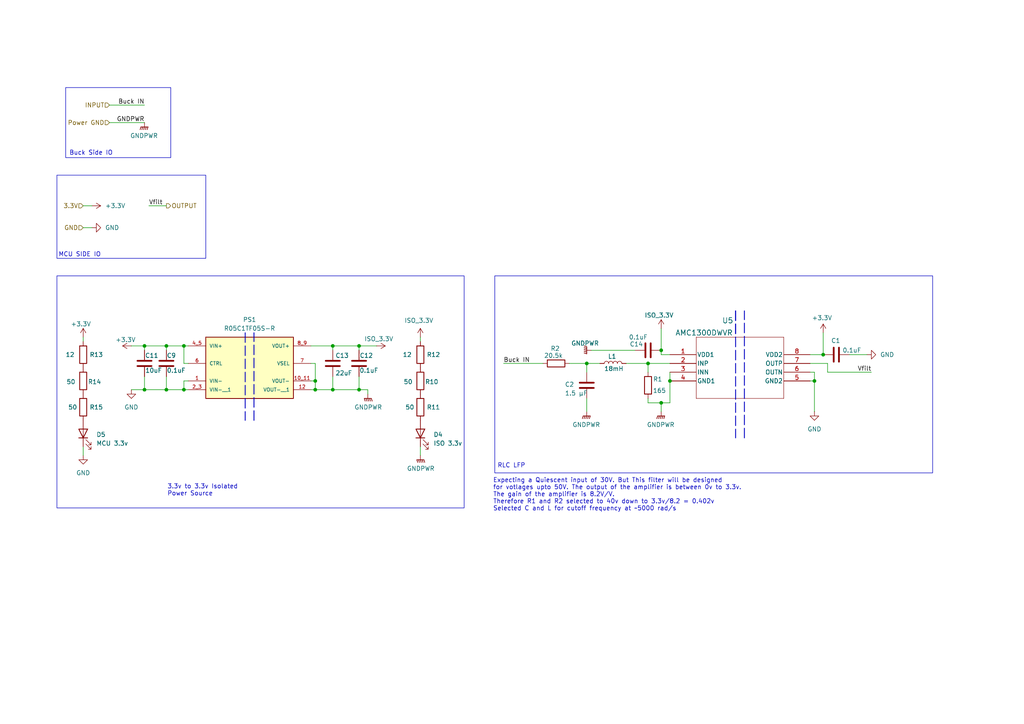
<source format=kicad_sch>
(kicad_sch (version 20231120) (generator "eeschema") (generator_version "8.0")
  (paper "A4")
  (title_block (date "2025-02-21") (rev "1") (company "M.Nguyen B.Patel S.Dupuis"))
  (lib_symbols
    (symbol "Device:C" (pin_numbers hide) (pin_names (offset 0.254))
      (property "Reference" "C" (at 0.635 2.54 0))
      (property "Value" "C" (at 0.635 -2.54 0))
      (symbol "C_0_1"
        (polyline (pts (xy -2.032 -0.762) (xy 2.032 -0.762)) (stroke (width 0.508)))
        (polyline (pts (xy -2.032 0.762) (xy 2.032 0.762)) (stroke (width 0.508)))
      )
      (symbol "C_1_1"
        (pin passive line (at 0 3.81 270) (length 2.794) (name "~") (number "1"))
        (pin passive line (at 0 -3.81 90) (length 2.794) (name "~") (number "2"))
      )
    )
    (symbol "Device:L" (pin_numbers hide) (pin_names (offset 1.016) hide)
      (property "Reference" "L" (at -1.27 0 90))
      (property "Value" "L" (at 1.905 0 90))
      (symbol "L_0_1"
        (arc (start 0 -2.54) (mid 0.6323 -1.905) (end 0 -1.27))
        (arc (start 0 -1.27) (mid 0.6323 -0.635) (end 0 0))
        (arc (start 0 0) (mid 0.6323 0.635) (end 0 1.27))
        (arc (start 0 1.27) (mid 0.6323 1.905) (end 0 2.54))
      )
      (symbol "L_1_1"
        (pin passive line (at 0 3.81 270) (length 1.27) (name "1") (number "1"))
        (pin passive line (at 0 -3.81 90) (length 1.27) (name "2") (number "2"))
      )
    )
    (symbol "Device:LED" (pin_numbers hide) (pin_names (offset 1.016) hide)
      (property "Reference" "D" (at 0 2.54 0))
      (property "Value" "LED" (at 0 -2.54 0))
      (symbol "LED_0_1"
        (polyline (pts (xy -1.27 -1.27) (xy -1.27 1.27)) (stroke (width 0.254)))
        (polyline (pts (xy -1.27 0) (xy 1.27 0)))
        (polyline (pts (xy 1.27 -1.27) (xy 1.27 1.27) (xy -1.27 0) (xy 1.27 -1.27)) (stroke (width 0.254)))
        (polyline (pts (xy -3.048 -0.762) (xy -4.572 -2.286) (xy -3.81 -2.286) (xy -4.572 -2.286) (xy -4.572 -1.524)))
        (polyline (pts (xy -1.778 -0.762) (xy -3.302 -2.286) (xy -2.54 -2.286) (xy -3.302 -2.286) (xy -3.302 -1.524)))
      )
      (symbol "LED_1_1"
        (pin passive line (at -3.81 0 0) (length 2.54) (name "K") (number "1"))
        (pin passive line (at 3.81 0 180) (length 2.54) (name "A") (number "2"))
      )
    )
    (symbol "Device:R" (pin_numbers hide) (pin_names (offset 0))
      (property "Reference" "R" (at 2.032 0 90))
      (property "Value" "R" (at 0 0 90))
      (symbol "R_0_1"
        (rectangle (start -1.016 -2.54) (end 1.016 2.54) (stroke (width 0.254)))
      )
      (symbol "R_1_1"
        (pin passive line (at 0 3.81 270) (length 1.27) (name "~") (number "1"))
        (pin passive line (at 0 -3.81 90) (length 1.27) (name "~") (number "2"))
      )
    )
    (symbol "Opamp AMC1300DWVR:AMC1300DWVR" (pin_names (offset 0.254))
      (property "Reference" "U" (at 20.32 10.16 0))
      (property "Value" "AMC1300DWVR" (at 20.32 7.62 0))
      (symbol "AMC1300DWVR_0_1"
        (polyline (pts (xy 7.62 -12.7) (xy 33.02 -12.7)) (stroke (width 0.127)))
        (polyline (pts (xy 7.62 5.08) (xy 7.62 -12.7)) (stroke (width 0.127)))
        (polyline (pts (xy 33.02 -12.7) (xy 33.02 5.08)) (stroke (width 0.127)))
        (polyline (pts (xy 33.02 5.08) (xy 7.62 5.08)) (stroke (width 0.127)))
        (pin power_in line (at 0 0 0) (length 7.62) (name "VDD1") (number "1"))
        (pin input line (at 0 -2.54 0) (length 7.62) (name "INP") (number "2"))
        (pin input line (at 0 -5.08 0) (length 7.62) (name "INN") (number "3"))
        (pin power_in line (at 0 -7.62 0) (length 7.62) (name "GND1") (number "4"))
        (pin power_in line (at 40.64 -7.62 180) (length 7.62) (name "GND2") (number "5"))
        (pin output line (at 40.64 -5.08 180) (length 7.62) (name "OUTN") (number "6"))
        (pin output line (at 40.64 -2.54 180) (length 7.62) (name "OUTP") (number "7"))
        (pin power_in line (at 40.64 0 180) (length 7.62) (name "VDD2") (number "8"))
      )
    )
    (symbol "R05C1TF05S-R:R05C1TF05S-R" (pin_names (offset 1.016))
      (property "Reference" "PS" (at -12.7 8.382 0))
      (property "Value" "R05C1TF05S-R" (at -12.7 -12.7 0))
      (symbol "R05C1TF05S-R_0_0"
        (rectangle (start -12.7 -10.16) (end 12.7 7.62) (stroke (width 0.254)) (fill (type background)))
        (pin input line (at -17.78 -5.08 0) (length 5.08) (name "VIN-") (number "1"))
        (pin output line (at 17.78 -5.08 180) (length 5.08) (name "VOUT-") (number "10_11"))
        (pin output line (at 17.78 -7.62 180) (length 5.08) (name "VOUT-__1") (number "12"))
        (pin input line (at -17.78 -7.62 0) (length 5.08) (name "VIN-__1") (number "2_3"))
        (pin input line (at -17.78 5.08 0) (length 5.08) (name "VIN+") (number "4_5"))
        (pin input line (at -17.78 0 0) (length 5.08) (name "CTRL") (number "6"))
        (pin passive line (at 17.78 0 180) (length 5.08) (name "VSEL") (number "7"))
        (pin output line (at 17.78 5.08 180) (length 5.08) (name "VOUT+") (number "8_9"))
      )
    )
    (symbol "power:+3.3V" (power) (pin_numbers hide) (pin_names (offset 0) hide)
      (property "Value" "+3.3V" (at 0 3.556 0))
      (symbol "+3.3V_0_1"
        (polyline (pts (xy -0.762 1.27) (xy 0 2.54)))
        (polyline (pts (xy 0 0) (xy 0 2.54)))
        (polyline (pts (xy 0 2.54) (xy 0.762 1.27)))
      )
      (symbol "+3.3V_1_1"
        (pin power_in line (at 0 0 90) (length 0) (name "~") (number "1"))
      )
    )
    (symbol "power:GND" (power) (pin_numbers hide) (pin_names (offset 0) hide)
      (property "Value" "GND" (at 0 -3.81 0))
      (symbol "GND_0_1"
        (polyline (pts (xy 0 0) (xy 0 -1.27) (xy 1.27 -1.27) (xy 0 -2.54) (xy -1.27 -1.27) (xy 0 -1.27)))
      )
      (symbol "GND_1_1"
        (pin power_in line (at 0 0 270) (length 0) (name "~") (number "1"))
      )
    )
    (symbol "power:GNDPWR" (power) (pin_numbers hide) (pin_names (offset 0) hide)
      (property "Value" "GNDPWR" (at 0 -3.302 0))
      (symbol "GNDPWR_0_1"
        (polyline (pts (xy 0 -1.27) (xy 0 0)))
        (polyline (pts (xy -1.016 -1.27) (xy -1.27 -2.032) (xy -1.27 -2.032)) (stroke (width 0.2032)))
        (polyline (pts (xy -0.508 -1.27) (xy -0.762 -2.032) (xy -0.762 -2.032)) (stroke (width 0.2032)))
        (polyline (pts (xy 0 -1.27) (xy -0.254 -2.032) (xy -0.254 -2.032)) (stroke (width 0.2032)))
        (polyline (pts (xy 0.508 -1.27) (xy 0.254 -2.032) (xy 0.254 -2.032)) (stroke (width 0.2032)))
        (polyline (pts (xy 1.016 -1.27) (xy -1.016 -1.27) (xy -1.016 -1.27)) (stroke (width 0.2032)))
        (polyline (pts (xy 1.016 -1.27) (xy 0.762 -2.032) (xy 0.762 -2.032) (xy 0.762 -2.032)) (stroke (width 0.2032)))
      )
      (symbol "GNDPWR_1_1"
        (pin power_in line (at 0 0 270) (length 0) (name "~") (number "1"))
      )
    )
  )
  (junction (at 53.34 100.33))
  (junction (at 48.26 100.33))
  (junction (at 48.26 113.03))
  (junction (at 91.44 110.49))
  (junction (at 41.91 100.33))
  (junction (at 41.91 113.03))
  (junction (at 91.44 113.03))
  (junction (at 191.77 116.84))
  (junction (at 104.14 100.33))
  (junction (at 170.18 105.41))
  (junction (at 194.31 110.49))
  (junction (at 96.52 100.33))
  (junction (at 191.77 101.6))
  (junction (at 236.22 110.49))
  (junction (at 238.76 102.87))
  (junction (at 104.14 113.03))
  (junction (at 96.52 113.03))
  (junction (at 53.34 113.03))
  (junction (at 187.96 105.41))
  (wire (pts (xy 191.77 119.38) (xy 191.77 116.84)))
  (wire (pts (xy 104.14 113.03) (xy 96.52 113.03)))
  (wire (pts (xy 91.44 113.03) (xy 90.17 113.03)))
  (wire (pts (xy 48.26 113.03) (xy 48.26 109.22)))
  (wire (pts (xy 41.91 100.33) (xy 41.91 101.6)))
  (wire (pts (xy 53.34 113.03) (xy 54.61 113.03)))
  (wire (pts (xy 54.61 105.41) (xy 53.34 105.41)))
  (wire (pts (xy 246.38 102.87) (xy 251.46 102.87)))
  (wire (pts (xy 187.96 115.57) (xy 187.96 116.84)))
  (wire (pts (xy 238.76 102.87) (xy 234.95 102.87)))
  (wire (pts (xy 91.44 105.41) (xy 91.44 110.49)))
  (polyline (pts (xy 71.12 96.52) (xy 71.12 121.92)) (stroke (width 0.254) (type dash)))
  (wire (pts (xy 48.26 101.6) (xy 48.26 100.33)))
  (polyline (pts (xy 215.9 127) (xy 215.9 90.17)) (stroke (width 0.254) (type dash)))
  (wire (pts (xy 187.96 107.95) (xy 187.96 105.41)))
  (wire (pts (xy 31.75 35.56) (xy 41.91 35.56)))
  (wire (pts (xy 171.45 101.6) (xy 184.15 101.6)))
  (wire (pts (xy 54.61 100.33) (xy 53.34 100.33)))
  (wire (pts (xy 106.68 113.03) (xy 104.14 113.03)))
  (wire (pts (xy 41.91 109.22) (xy 41.91 113.03)))
  (wire (pts (xy 26.67 66.04) (xy 24.13 66.04)))
  (wire (pts (xy 91.44 110.49) (xy 91.44 113.03)))
  (wire (pts (xy 187.96 105.41) (xy 194.31 105.41)))
  (wire (pts (xy 146.05 105.41) (xy 157.48 105.41)))
  (wire (pts (xy 170.18 105.41) (xy 170.18 107.95)))
  (wire (pts (xy 165.1 105.41) (xy 170.18 105.41)))
  (wire (pts (xy 96.52 100.33) (xy 96.52 101.6)))
  (wire (pts (xy 53.34 110.49) (xy 54.61 110.49)))
  (wire (pts (xy 170.18 105.41) (xy 173.99 105.41)))
  (wire (pts (xy 41.91 113.03) (xy 38.1 113.03)))
  (wire (pts (xy 26.67 59.69) (xy 24.13 59.69)))
  (wire (pts (xy 240.03 107.95) (xy 252.73 107.95)))
  (wire (pts (xy 96.52 113.03) (xy 91.44 113.03)))
  (wire (pts (xy 53.34 105.41) (xy 53.34 100.33)))
  (wire (pts (xy 191.77 102.87) (xy 194.31 102.87)))
  (wire (pts (xy 234.95 107.95) (xy 236.22 107.95)))
  (wire (pts (xy 236.22 110.49) (xy 234.95 110.49)))
  (wire (pts (xy 194.31 116.84) (xy 191.77 116.84)))
  (wire (pts (xy 24.13 97.79) (xy 24.13 99.06)))
  (polyline (pts (xy 213.36 90.17) (xy 213.36 97.79)) (stroke (width 0.254) (type dash)))
  (wire (pts (xy 191.77 116.84) (xy 187.96 116.84)))
  (wire (pts (xy 48.26 100.33) (xy 41.91 100.33)))
  (wire (pts (xy 121.92 97.79) (xy 121.92 99.06)))
  (wire (pts (xy 194.31 110.49) (xy 194.31 116.84)))
  (wire (pts (xy 191.77 95.25) (xy 191.77 101.6)))
  (wire (pts (xy 106.68 114.3) (xy 106.68 113.03)))
  (wire (pts (xy 240.03 107.95) (xy 240.03 105.41)))
  (wire (pts (xy 31.75 30.48) (xy 41.91 30.48)))
  (wire (pts (xy 90.17 110.49) (xy 91.44 110.49)))
  (wire (pts (xy 104.14 101.6) (xy 104.14 100.33)))
  (wire (pts (xy 121.92 129.54) (xy 121.92 132.08)))
  (wire (pts (xy 53.34 110.49) (xy 53.34 113.03)))
  (wire (pts (xy 96.52 100.33) (xy 90.17 100.33)))
  (wire (pts (xy 194.31 107.95) (xy 194.31 110.49)))
  (wire (pts (xy 104.14 109.22) (xy 104.14 113.03)))
  (wire (pts (xy 53.34 113.03) (xy 48.26 113.03)))
  (wire (pts (xy 53.34 100.33) (xy 48.26 100.33)))
  (wire (pts (xy 96.52 109.22) (xy 96.52 113.03)))
  (wire (pts (xy 48.26 113.03) (xy 41.91 113.03)))
  (wire (pts (xy 181.61 105.41) (xy 187.96 105.41)))
  (polyline (pts (xy 213.36 90.17) (xy 213.36 127)) (stroke (width 0.254) (type dash)))
  (wire (pts (xy 43.18 59.69) (xy 48.26 59.69)))
  (wire (pts (xy 104.14 100.33) (xy 96.52 100.33)))
  (wire (pts (xy 236.22 107.95) (xy 236.22 110.49)))
  (wire (pts (xy 170.18 115.57) (xy 170.18 119.38)))
  (wire (pts (xy 191.77 101.6) (xy 191.77 102.87)))
  (polyline (pts (xy 73.66 121.92) (xy 73.66 96.52)) (stroke (width 0.254) (type dash)))
  (wire (pts (xy 90.17 105.41) (xy 91.44 105.41)))
  (wire (pts (xy 109.22 100.33) (xy 104.14 100.33)))
  (wire (pts (xy 24.13 129.54) (xy 24.13 132.08)))
  (wire (pts (xy 240.03 105.41) (xy 234.95 105.41)))
  (wire (pts (xy 236.22 110.49) (xy 236.22 119.38)))
  (wire (pts (xy 41.91 100.33) (xy 38.1 100.33)))
  (wire (pts (xy 238.76 96.52) (xy 238.76 102.87)))
  (rectangle (start 16.51 50.8) (end 59.69 74.93))
  (rectangle (start 19.05 25.4) (end 49.53 45.72))
  (rectangle (start 16.51 80.01) (end 134.62 147.32))
  (rectangle (start 143.51 80.01) (end 270.51 137.16))
  (text "Buck Side IO" (at 26.416 44.45 0) (effects (font (size 1.27 1.27))))
  (text "RLC LFP" (at 148.336 135.128 0) (effects (font (size 1.27 1.27))))
  (text "3.3v to 3.3v Isolated \nPower Source" (at 48.514 142.24 0) (effects (font (size 1.27 1.27)) (justify left)))
  (text "Expecting a Quiescent input of 30V. But This filter will be designed \nfor votlages upto 50V. The output of the amplifier is between 0v to 3.3v.\nThe gain of the amplifier is 8.2V/V.\nTherefore R1 and R2 selected to 40v down to 3.3v/8.2 = 0.402v\nSelected C and L for cutoff frequency at ~5000 rad/s" (at 143.002 143.51 0) (effects (font (size 1.27 1.27)) (justify left)))
  (text "MCU SIDE IO" (at 23.114 73.914 0) (effects (font (size 1.27 1.27))))
  (label "GNDPWR" (at 41.91 35.56 180))
  (label "Vfilt" (at 252.73 107.95 180))
  (label "Vfilt" (at 43.18 59.69 0))
  (label "Buck IN" (at 41.91 30.48 180))
  (label "Buck IN" (at 146.05 105.41 0))
  (hierarchical_label "GND" (shape input) (at 24.13 66.04 180))
  (hierarchical_label "OUTPUT" (shape output) (at 48.26 59.69 0))
  (hierarchical_label "INPUT" (shape input) (at 31.75 30.48 180))
  (hierarchical_label "Power GND" (shape input) (at 31.75 35.56 180))
  (hierarchical_label "3.3V" (shape input) (at 24.13 59.69 180))
  (symbol (lib_id "Device:C") (at 96.52 105.41 0) (unit 1)
    (property "Reference" "C13" (at 97.282 103.124 0) (effects (justify left)))
    (property "Value" "22uF" (at 97.282 108.204 0) (effects (justify left)))
    (property "Footprint" "Capacitor_SMD:C_0603_1608Metric" (effects (hide yes)))
    (property "Description" "22 µF ±20% 4V Ceramic Capacitor X5R 0603 (1608 Metric)" (effects (hide yes)))
    (property "Part Number" "C0603X5R4R0-226MNE" (effects (hide yes)))
  )
  (symbol (lib_id "power:GND") (at 236.22 119.38 0) (unit 1)
    (property "Reference" "#PWR031" (effects (hide yes)))
    (property "Value" "GND" (at 236.22 124.46 0))
    (property "Description" "Power symbol creates a global label with name \"GND\" , ground" (effects (hide yes)))
  )
  (symbol (lib_id "power:+3.3V") (at 26.67 59.69 270) (unit 1)
    (property "Reference" "#PWR09" (effects (hide yes)))
    (property "Value" "+3.3V" (at 30.48 59.6899 90) (effects (justify left)))
    (property "Description" "Power symbol creates a global label with name \"+3.3V\"" (effects (hide yes)))
  )
  (symbol (lib_id "power:GND") (at 38.1 113.03 0) (mirror y) (unit 1)
    (property "Reference" "#PWR033" (effects (hide yes)))
    (property "Value" "GND" (at 38.1 118.11 0))
    (property "Description" "Power symbol creates a global label with name \"GND\" , ground" (effects (hide yes)))
  )
  (symbol (lib_id "Device:LED") (at 121.92 125.73 90) (unit 1)
    (property "Reference" "D4" (at 125.73 126.0474 90) (effects (justify right)))
    (property "Value" "ISO 3.3v" (at 125.73 128.5874 90) (effects (justify right)))
    (property "Footprint" "LED_SMD:LED_0603_1608Metric" (effects (hide yes)))
    (property "Datasheet" "https://mm.digikey.com/Volume0/opasdata/d220001/medias/docus/6472/5962_XL-1608UGC-04%200603%E7%BF%A0%E7%BB%BF0.4T.pdf" (effects (hide yes)))
    (property "Description" "Green 525nm LED Indication - Discrete 2.7V 0603 (1608 Metric)" (effects (hide yes)))
    (property "Part Number" "XL-1608UGC-04" (effects (hide yes)))
  )
  (symbol (lib_id "Device:R") (at 24.13 102.87 180) (unit 1)
    (property "Reference" "R13" (at 27.94 102.87 0))
    (property "Value" "12" (at 20.32 102.87 0))
    (property "Footprint" "Resistor_SMD:R_0805_2012Metric_Pad1.20x1.40mm_HandSolder" (effects (hide yes)))
    (property "Description" "RES 0805,1%,12,1/8W" (effects (hide yes)))
    (property "Part Number" "CR0805FB12RS01" (effects (hide yes)))
  )
  (symbol (lib_id "power:+3.3V") (at 191.77 95.25 0) (unit 1)
    (property "Reference" "#PWR029" (effects (hide yes)))
    (property "Value" "ISO_3.3V" (at 186.944 91.44 0) (effects (justify left)))
    (property "Description" "Power symbol creates a global label with name \"+3.3V\"" (effects (hide yes)))
  )
  (symbol (lib_id "Device:R") (at 121.92 110.49 0) (unit 1)
    (property "Reference" "R10" (at 125.222 110.744 0))
    (property "Value" "50" (at 118.364 110.744 0))
    (property "Footprint" "Resistor_SMD:R_0603_1608Metric" (effects (hide yes)))
    (property "Datasheet" "https://www.vishay.com/docs/20008/dcrcw.pdf" (effects (hide yes)))
    (property "Description" "Resistor" (effects (hide yes)))
    (property "Part Number" "CRCW060350R0FKTA" (effects (hide yes)))
  )
  (symbol (lib_id "power:GNDPWR") (at 171.45 101.6 270) (unit 1)
    (property "Reference" "#PWR036" (effects (hide yes)))
    (property "Value" "GNDPWR" (at 173.736 99.568 90) (effects (justify right)))
    (property "Description" "Power symbol creates a global label with name \"GNDPWR\" , global ground" (effects (hide yes)))
  )
  (symbol (lib_id "Device:C") (at 170.18 111.76 0) (unit 1)
    (property "Reference" "C2" (at 163.83 111.506 0) (effects (justify left)))
    (property "Value" "1.5 µF" (at 163.83 114.046 0) (effects (justify left)))
    (property "Footprint" "Capacitor_SMD:C_0805_2012Metric" (effects (hide yes)))
    (property "Description" "1.5 µF -20%, +80% 16V Ceramic Capacitor Y5V (F) 0805 (2012 Metric)" (effects (hide yes)))
    (property "Part Number" "CC0805ZRY5V7BB155" (effects (hide yes)))
  )
  (symbol (lib_id "power:+3.3V") (at 109.22 100.33 270) (mirror x) (unit 1)
    (property "Reference" "#PWR035" (effects (hide yes)))
    (property "Value" "ISO_3.3V" (at 105.664 98.298 90) (effects (justify left)))
    (property "Description" "Power symbol creates a global label with name \"+3.3V\"" (effects (hide yes)))
  )
  (symbol (lib_id "power:+3.3V") (at 38.1 100.33 90) (mirror x) (unit 1)
    (property "Reference" "#PWR032" (effects (hide yes)))
    (property "Value" "+3.3V" (at 39.37 98.552 90) (effects (justify left)))
    (property "Description" "Power symbol creates a global label with name \"+3.3V\"" (effects (hide yes)))
  )
  (symbol (lib_id "Device:R") (at 187.96 111.76 0) (unit 1)
    (property "Reference" "R1" (at 190.754 109.982 0))
    (property "Value" "165" (at 191.262 113.284 0))
    (property "Footprint" "Resistor_SMD:R_0603_1608Metric" (effects (hide yes)))
    (property "Description" "165 Ohms ±1% 0.1W, 1/10W Chip Resistor 0603 (1608 Metric) Automotive AEC-Q200 Thick Film" (effects (hide yes)))
    (property "Part Number" "ERJ-3EKF1650V" (effects (hide yes)))
  )
  (symbol (lib_id "power:GNDPWR") (at 170.18 119.38 0) (unit 1)
    (property "Reference" "#PWR014" (effects (hide yes)))
    (property "Value" "GNDPWR" (at 170.053 123.19 0))
    (property "Description" "Power symbol creates a global label with name \"GNDPWR\" , global ground" (effects (hide yes)))
  )
  (symbol (lib_id "power:+3.3V") (at 24.13 97.79 0) (mirror y) (unit 1)
    (property "Reference" "#PWR042" (effects (hide yes)))
    (property "Value" "+3.3V" (at 26.416 93.98 0) (effects (justify left)))
    (property "Description" "Power symbol creates a global label with name \"+3.3V\"" (effects (hide yes)))
  )
  (symbol (lib_id "Device:C") (at 48.26 105.41 0) (mirror y) (unit 1)
    (property "Reference" "C9" (at 51.054 103.124 0) (effects (justify left)))
    (property "Value" "0.1uF" (at 53.848 107.442 0) (effects (justify left)))
    (property "Footprint" "Capacitor_SMD:C_0603_1608Metric" (effects (hide yes)))
    (property "Description" "CAP CER 0.1UF 16V Y5V 0603" (effects (hide yes)))
    (property "Part Number" "C0603Y5V160-104ZNE" (effects (hide yes)))
  )
  (symbol (lib_id "power:+3.3V") (at 121.92 97.79 0) (mirror y) (unit 1)
    (property "Reference" "#PWR043" (effects (hide yes)))
    (property "Value" "ISO_3.3V" (at 125.73 92.964 0) (effects (justify left)))
    (property "Description" "Power symbol creates a global label with name \"+3.3V\"" (effects (hide yes)))
  )
  (symbol (lib_id "power:GNDPWR") (at 191.77 119.38 0) (unit 1)
    (property "Reference" "#PWR028" (effects (hide yes)))
    (property "Value" "GNDPWR" (at 191.643 123.19 0))
    (property "Description" "Power symbol creates a global label with name \"GNDPWR\" , global ground" (effects (hide yes)))
  )
  (symbol (lib_id "R05C1TF05S-R:R05C1TF05S-R") (at 72.39 105.41 0) (unit 1)
    (property "Reference" "PS1" (at 72.39 92.71 0))
    (property "Value" "R05C1TF05S-R" (at 72.39 95.25 0))
    (property "Footprint" "R05C1TF05S-R:CONV_R05C1TF05S-R" (effects (hide yes)))
    (property "PARTREV" "PRELIMINARY" (effects (hide yes)))
    (property "STANDARD" "Manufacturer Recommendations" (effects (hide yes)))
    (property "MAXIMUM_PACKAGE_HEIGHT" "1.28mm" (effects (hide yes)))
    (property "MANUFACTURER" "Recom Power" (effects (hide yes)))
    (property "Part Number" "R05C1TF05S-R" (effects (hide yes)))
  )
  (symbol (lib_id "power:+3.3V") (at 238.76 96.52 0) (unit 1)
    (property "Reference" "#PWR012" (effects (hide yes)))
    (property "Value" "+3.3V" (at 235.458 92.202 0) (effects (justify left)))
    (property "Description" "Power symbol creates a global label with name \"+3.3V\"" (effects (hide yes)))
  )
  (symbol (lib_id "Device:R") (at 121.92 118.11 0) (unit 1)
    (property "Reference" "R11" (at 125.73 118.11 0))
    (property "Value" "50" (at 118.872 118.11 0))
    (property "Footprint" "Resistor_SMD:R_0603_1608Metric" (effects (hide yes)))
    (property "Datasheet" "https://www.vishay.com/docs/20008/dcrcw.pdf" (effects (hide yes)))
    (property "Description" "Resistor" (effects (hide yes)))
    (property "Part Number" "CRCW060350R0FKTA" (effects (hide yes)))
  )
  (symbol (lib_id "power:GNDPWR") (at 41.91 35.56 0) (unit 1)
    (property "Reference" "#PWR011" (effects (hide yes)))
    (property "Value" "GNDPWR" (at 41.783 39.37 0))
    (property "Description" "Power symbol creates a global label with name \"GNDPWR\" , global ground" (effects (hide yes)))
  )
  (symbol (lib_id "Opamp AMC1300DWVR:AMC1300DWVR") (at 194.31 102.87 0) (unit 1)
    (property "Reference" "U5" (at 211.074 92.964 0) (effects (font (size 1.524 1.524))))
    (property "Value" "AMC1300DWVR" (at 204.216 96.52 0) (effects (font (size 1.524 1.524))))
    (property "Footprint" "DWV8_TEX" (effects (hide yes)))
    (property "Datasheet" "https://www.ti.com/lit/ds/symlink/amc1300.pdf?HQS=dis-dk-null-digikeymode-dsf-pf-null-wwe&ts=1740239662658&ref_url=https%253A%252F%252Fwww.ti.com%252Fgeneral%252Fdocs%252Fsuppproductinfo.tsp%253FdistId%253D10%2526gotoUrl%253Dhttps%253A%252F%252Fwww.ti.com%252Flit%252Fgpn%252Famc1300" (effects (hide yes)))
    (property "Description" "Isolation Amplifier 1 Circuit 8-SOIC" (effects (hide yes)))
    (property "Part Number" "AMC1300DWVR" (effects (hide yes)))
  )
  (symbol (lib_id "power:GND") (at 24.13 132.08 0) (mirror y) (unit 1)
    (property "Reference" "#PWR044" (effects (hide yes)))
    (property "Value" "GND" (at 24.13 137.16 0))
    (property "Description" "Power symbol creates a global label with name \"GND\" , ground" (effects (hide yes)))
  )
  (symbol (lib_id "Device:R") (at 161.29 105.41 270) (unit 1)
    (property "Reference" "R2" (at 161.036 101.092 90))
    (property "Value" "20.5k" (at 160.528 103.124 90))
    (property "Footprint" "Resistor_SMD:R_0603_1608Metric" (effects (hide yes)))
    (property "Description" "20.5 kOhms ±1% 0.1W, 1/10W Chip Resistor 0603 (1608 Metric) Thick Film" (effects (hide yes)))
    (property "Part Number" "CR162052F" (effects (hide yes)))
  )
  (symbol (lib_id "Device:C") (at 41.91 105.41 0) (mirror y) (unit 1)
    (property "Reference" "C11" (at 45.974 103.124 0) (effects (justify left)))
    (property "Value" "10uF" (at 46.99 107.442 0) (effects (justify left)))
    (property "Footprint" "Capacitor_SMD:C_0603_1608Metric" (effects (hide yes)))
    (property "Description" "10 µF ±10% 16V Ceramic Capacitor X5R 0603 (1608 Metric)" (effects (hide yes)))
    (property "Part Number" "C0603X5R160-106KNP" (effects (hide yes)))
  )
  (symbol (lib_id "Device:C") (at 242.57 102.87 270) (unit 1)
    (property "Reference" "C1" (at 241.046 98.806 90) (effects (justify left)))
    (property "Value" "0.1uF" (at 244.348 101.6 90) (effects (justify left)))
    (property "Footprint" "Capacitor_SMD:C_0603_1608Metric" (effects (hide yes)))
    (property "Description" "CAP CER 0.1UF 16V Y5V 0603" (effects (hide yes)))
    (property "Part Number" "C0603Y5V160-104ZNE" (effects (hide yes)))
  )
  (symbol (lib_id "Device:C") (at 104.14 105.41 0) (mirror y) (unit 1)
    (property "Reference" "C12" (at 108.204 103.124 0) (effects (justify left)))
    (property "Value" "0.1uF" (at 109.728 107.442 0) (effects (justify left)))
    (property "Footprint" "Capacitor_SMD:C_0603_1608Metric" (effects (hide yes)))
    (property "Description" "CAP CER 0.1UF 16V Y5V 0603" (effects (hide yes)))
    (property "Part Number" "C0603Y5V160-104ZNE" (effects (hide yes)))
  )
  (symbol (lib_id "Device:R") (at 24.13 118.11 0) (unit 1)
    (property "Reference" "R15" (at 27.94 118.11 0))
    (property "Value" "50" (at 21.082 118.11 0))
    (property "Footprint" "Resistor_SMD:R_0603_1608Metric" (effects (hide yes)))
    (property "Datasheet" "https://www.vishay.com/docs/20008/dcrcw.pdf" (effects (hide yes)))
    (property "Description" "Resistor" (effects (hide yes)))
    (property "Part Number" "CRCW060350R0FKTA" (effects (hide yes)))
  )
  (symbol (lib_id "Device:R") (at 24.13 110.49 0) (unit 1)
    (property "Reference" "R14" (at 27.432 110.744 0))
    (property "Value" "50" (at 20.574 110.744 0))
    (property "Footprint" "Resistor_SMD:R_0603_1608Metric" (effects (hide yes)))
    (property "Datasheet" "https://www.vishay.com/docs/20008/dcrcw.pdf" (effects (hide yes)))
    (property "Description" "Resistor" (effects (hide yes)))
    (property "Part Number" "CRCW060350R0FKTA" (effects (hide yes)))
  )
  (symbol (lib_id "power:GND") (at 251.46 102.87 90) (unit 1)
    (property "Reference" "#PWR013" (effects (hide yes)))
    (property "Value" "GND" (at 255.27 102.8699 90) (effects (justify right)))
    (property "Description" "Power symbol creates a global label with name \"GND\" , ground" (effects (hide yes)))
  )
  (symbol (lib_id "Device:L") (at 177.8 105.41 90) (unit 1)
    (property "Reference" "L1" (at 177.546 103.378 90))
    (property "Value" "18mH" (at 178.054 106.934 90))
    (property "Footprint" "Inductor_THT:L_Radial_D12.0mm_P6.00mm_Murata_1900R" (effects (hide yes)))
    (property "Datasheet" "https://www.digikey.ca/en/products/detail/bourns-inc/6100-183K-RC/3782195" (effects (hide yes)))
    (property "Description" "18 mH Unshielded Drum Core, Wirewound Inductor 160 mA 34.1Ohm Max Radial, Vertical Cylinder" (effects (hide yes)))
    (property "Part Number" "6100-183K-RC" (effects (hide yes)))
  )
  (symbol (lib_id "Device:C") (at 187.96 101.6 270) (unit 1)
    (property "Reference" "C14" (at 182.626 99.822 90) (effects (justify left)))
    (property "Value" "0.1uF" (at 182.372 97.79 90) (effects (justify left)))
    (property "Footprint" "Capacitor_SMD:C_0603_1608Metric" (effects (hide yes)))
    (property "Description" "CAP CER 0.1UF 16V Y5V 0603" (effects (hide yes)))
    (property "Part Number" "C0603Y5V160-104ZNE" (effects (hide yes)))
  )
  (symbol (lib_id "power:GNDPWR") (at 121.92 132.08 0) (mirror y) (unit 1)
    (property "Reference" "#PWR041" (effects (hide yes)))
    (property "Value" "GNDPWR" (at 122.047 135.89 0))
    (property "Description" "Power symbol creates a global label with name \"GNDPWR\" , global ground" (effects (hide yes)))
  )
  (symbol (lib_id "power:GND") (at 26.67 66.04 90) (unit 1)
    (property "Reference" "#PWR010" (effects (hide yes)))
    (property "Value" "GND" (at 30.48 66.0399 90) (effects (justify right)))
    (property "Description" "Power symbol creates a global label with name \"GND\" , ground" (effects (hide yes)))
  )
  (symbol (lib_id "Device:R") (at 121.92 102.87 180) (unit 1)
    (property "Reference" "R12" (at 125.73 102.87 0))
    (property "Value" "12" (at 118.11 102.87 0))
    (property "Footprint" "Resistor_SMD:R_0805_2012Metric_Pad1.20x1.40mm_HandSolder" (effects (hide yes)))
    (property "Description" "RES 0805,1%,12,1/8W" (effects (hide yes)))
    (property "Part Number" "CR0805FB12RS01" (effects (hide yes)))
  )
  (symbol (lib_id "Device:LED") (at 24.13 125.73 90) (unit 1)
    (property "Reference" "D5" (at 27.94 126.0474 90) (effects (justify right)))
    (property "Value" "MCU 3.3v" (at 27.94 128.5874 90) (effects (justify right)))
    (property "Footprint" "LED_SMD:LED_0603_1608Metric" (effects (hide yes)))
    (property "Datasheet" "https://mm.digikey.com/Volume0/opasdata/d220001/medias/docus/6472/5962_XL-1608UGC-04%200603%E7%BF%A0%E7%BB%BF0.4T.pdf" (effects (hide yes)))
    (property "Description" "Green 525nm LED Indication - Discrete 2.7V 0603 (1608 Metric)" (effects (hide yes)))
    (property "Part Number" "XL-1608UGC-04" (effects (hide yes)))
  )
  (symbol (lib_id "power:GNDPWR") (at 106.68 114.3 0) (mirror y) (unit 1)
    (property "Reference" "#PWR034" (effects (hide yes)))
    (property "Value" "GNDPWR" (at 106.807 118.11 0))
    (property "Description" "Power symbol creates a global label with name \"GNDPWR\" , global ground" (effects (hide yes)))
  )
)
</source>
